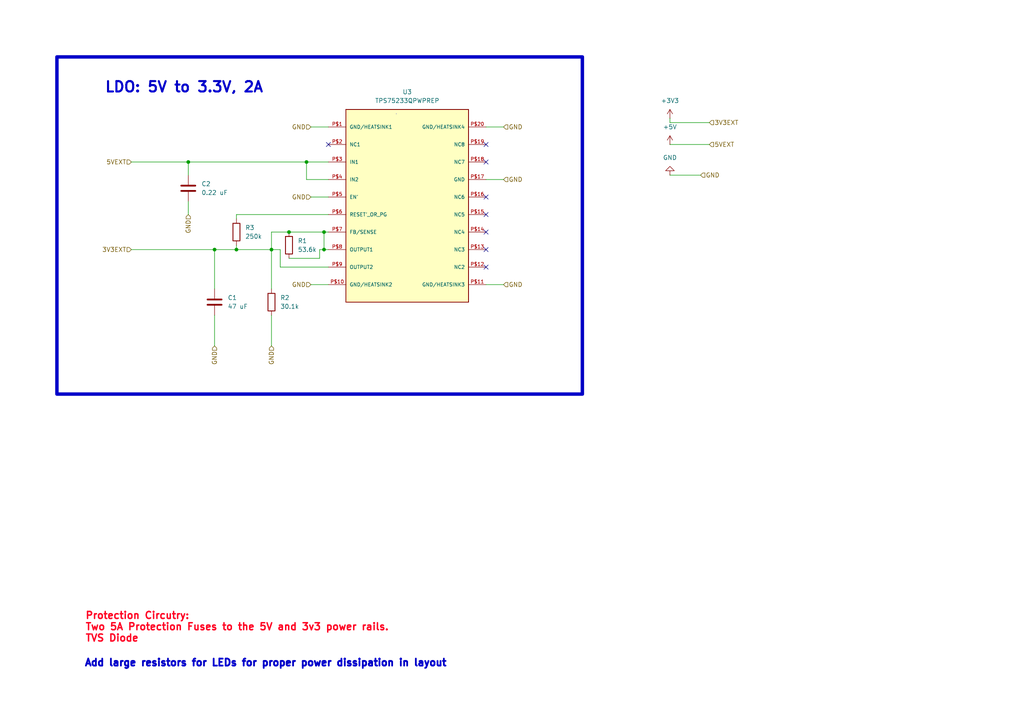
<source format=kicad_sch>
(kicad_sch (version 20231120) (generator "eeschema") (generator_version "8.0")
  (paper "A4")
  (lib_symbols
    (symbol "Device:C" (pin_numbers hide) (pin_names (offset 0.254))
      (property "Reference" "C" (at 0.635 2.54 0))
      (property "Value" "C" (at 0.635 -2.54 0))
      (symbol "C_0_1"
        (polyline (pts (xy -2.032 -0.762) (xy 2.032 -0.762)) (stroke (width 0.508)))
        (polyline (pts (xy -2.032 0.762) (xy 2.032 0.762)) (stroke (width 0.508)))
      )
      (symbol "C_1_1"
        (pin passive line (at 0 3.81 270) (length 2.794) (name "~") (number "1"))
        (pin passive line (at 0 -3.81 90) (length 2.794) (name "~") (number "2"))
      )
    )
    (symbol "Device:R" (pin_numbers hide) (pin_names (offset 0))
      (property "Reference" "R" (at 2.032 0 90))
      (property "Value" "R" (at 0 0 90))
      (symbol "R_0_1"
        (rectangle (start -1.016 -2.54) (end 1.016 2.54) (stroke (width 0.254)))
      )
      (symbol "R_1_1"
        (pin passive line (at 0 3.81 270) (length 1.27) (name "~") (number "1"))
        (pin passive line (at 0 -3.81 90) (length 1.27) (name "~") (number "2"))
      )
    )
    (symbol "TPS75233QPWPREP:TPS75233QPWPREP" (pin_names (offset 1.016))
      (property "Reference" "U" (at 0 0 0))
      (property "Value" "TPS75233QPWPREP" (at 0 0 0))
      (symbol "TPS75233QPWPREP_0_0"
        (rectangle (start -17.78 -27.94) (end 17.78 27.94) (stroke (width 0.254)) (fill (type background)))
        (pin bidirectional line (at -22.86 22.86 0) (length 5.08) (name "GND/HEATSINK1") (number "P$1"))
        (pin bidirectional line (at -22.86 -22.86 0) (length 5.08) (name "GND/HEATSINK2") (number "P$10"))
        (pin bidirectional line (at 22.86 -22.86 180) (length 5.08) (name "GND/HEATSINK3") (number "P$11"))
        (pin bidirectional line (at 22.86 -17.78 180) (length 5.08) (name "NC2") (number "P$12"))
        (pin bidirectional line (at 22.86 -12.7 180) (length 5.08) (name "NC3") (number "P$13"))
        (pin bidirectional line (at 22.86 -7.62 180) (length 5.08) (name "NC4") (number "P$14"))
        (pin bidirectional line (at 22.86 -2.54 180) (length 5.08) (name "NC5") (number "P$15"))
        (pin bidirectional line (at 22.86 2.54 180) (length 5.08) (name "NC6") (number "P$16"))
        (pin bidirectional line (at 22.86 7.62 180) (length 5.08) (name "GND") (number "P$17"))
        (pin bidirectional line (at 22.86 12.7 180) (length 5.08) (name "NC7") (number "P$18"))
        (pin bidirectional line (at 22.86 17.78 180) (length 5.08) (name "NC8") (number "P$19"))
        (pin bidirectional line (at -22.86 17.78 0) (length 5.08) (name "NC1") (number "P$2"))
        (pin bidirectional line (at 22.86 22.86 180) (length 5.08) (name "GND/HEATSINK4") (number "P$20"))
        (pin bidirectional line (at -22.86 12.7 0) (length 5.08) (name "IN1") (number "P$3"))
        (pin bidirectional line (at -22.86 7.62 0) (length 5.08) (name "IN2") (number "P$4"))
        (pin bidirectional line (at -22.86 2.54 0) (length 5.08) (name "EN'") (number "P$5"))
        (pin bidirectional line (at -22.86 -2.54 0) (length 5.08) (name "RESET'_OR_PG") (number "P$6"))
        (pin bidirectional line (at -22.86 -7.62 0) (length 5.08) (name "FB/SENSE") (number "P$7"))
        (pin bidirectional line (at -22.86 -12.7 0) (length 5.08) (name "OUTPUT1") (number "P$8"))
        (pin bidirectional line (at -22.86 -17.78 0) (length 5.08) (name "OUTPUT2") (number "P$9"))
      )
    )
    (symbol "power:+3V3" (power) (pin_numbers hide) (pin_names (offset 0) hide)
      (property "Value" "+3V3" (at 0 3.556 0))
      (symbol "+3V3_0_1"
        (polyline (pts (xy -0.762 1.27) (xy 0 2.54)))
        (polyline (pts (xy 0 0) (xy 0 2.54)))
        (polyline (pts (xy 0 2.54) (xy 0.762 1.27)))
      )
      (symbol "+3V3_1_1"
        (pin power_in line (at 0 0 90) (length 0) (name "~") (number "1"))
      )
    )
    (symbol "power:+5V" (power) (pin_numbers hide) (pin_names (offset 0) hide)
      (property "Value" "+5V" (at 0 3.556 0))
      (symbol "+5V_0_1"
        (polyline (pts (xy -0.762 1.27) (xy 0 2.54)))
        (polyline (pts (xy 0 0) (xy 0 2.54)))
        (polyline (pts (xy 0 2.54) (xy 0.762 1.27)))
      )
      (symbol "+5V_1_1"
        (pin power_in line (at 0 0 90) (length 0) (name "~") (number "1"))
      )
    )
    (symbol "power:GND" (power) (pin_numbers hide) (pin_names (offset 0) hide)
      (property "Value" "GND" (at 0 -3.81 0))
      (symbol "GND_0_1"
        (polyline (pts (xy 0 0) (xy 0 -1.27) (xy 1.27 -1.27) (xy 0 -2.54) (xy -1.27 -1.27) (xy 0 -1.27)))
      )
      (symbol "GND_1_1"
        (pin power_in line (at 0 0 270) (length 0) (name "~") (number "1"))
      )
    )
  )
  (junction (at 88.9 46.99))
  (junction (at 62.23 72.39))
  (junction (at 83.82 67.31))
  (junction (at 54.61 46.99))
  (junction (at 68.58 72.39))
  (junction (at 93.98 67.31))
  (junction (at 78.74 72.39))
  (junction (at 93.98 72.39))
  (no_connect (at 140.97 46.99))
  (no_connect (at 140.97 57.15))
  (no_connect (at 95.25 41.91))
  (no_connect (at 140.97 62.23))
  (no_connect (at 140.97 77.47))
  (no_connect (at 140.97 72.39))
  (no_connect (at 140.97 41.91))
  (no_connect (at 140.97 67.31))
  (wire (pts (xy 78.74 67.31) (xy 83.82 67.31)))
  (wire (pts (xy 81.28 72.39) (xy 81.28 77.47)))
  (wire (pts (xy 140.97 36.83) (xy 146.05 36.83)))
  (wire (pts (xy 68.58 72.39) (xy 78.74 72.39)))
  (wire (pts (xy 95.25 82.55) (xy 90.17 82.55)))
  (wire (pts (xy 54.61 46.99) (xy 54.61 50.8)))
  (wire (pts (xy 95.25 36.83) (xy 90.17 36.83)))
  (wire (pts (xy 54.61 58.42) (xy 54.61 62.23)))
  (wire (pts (xy 62.23 72.39) (xy 68.58 72.39)))
  (wire (pts (xy 83.82 67.31) (xy 93.98 67.31)))
  (wire (pts (xy 83.82 74.93) (xy 92.71 74.93)))
  (wire (pts (xy 78.74 72.39) (xy 78.74 83.82)))
  (wire (pts (xy 68.58 62.23) (xy 95.25 62.23)))
  (wire (pts (xy 194.31 41.91) (xy 205.74 41.91)))
  (wire (pts (xy 62.23 91.44) (xy 62.23 100.33)))
  (wire (pts (xy 68.58 71.12) (xy 68.58 72.39)))
  (wire (pts (xy 92.71 72.39) (xy 93.98 72.39)))
  (wire (pts (xy 78.74 67.31) (xy 78.74 72.39)))
  (wire (pts (xy 90.17 57.15) (xy 95.25 57.15)))
  (wire (pts (xy 78.74 91.44) (xy 78.74 100.33)))
  (wire (pts (xy 54.61 46.99) (xy 88.9 46.99)))
  (wire (pts (xy 81.28 77.47) (xy 95.25 77.47)))
  (wire (pts (xy 88.9 46.99) (xy 95.25 46.99)))
  (wire (pts (xy 95.25 52.07) (xy 88.9 52.07)))
  (wire (pts (xy 93.98 72.39) (xy 95.25 72.39)))
  (wire (pts (xy 194.31 50.8) (xy 203.2 50.8)))
  (wire (pts (xy 38.1 46.99) (xy 54.61 46.99)))
  (wire (pts (xy 140.97 82.55) (xy 146.05 82.55)))
  (wire (pts (xy 38.1 72.39) (xy 62.23 72.39)))
  (wire (pts (xy 92.71 74.93) (xy 92.71 72.39)))
  (wire (pts (xy 93.98 67.31) (xy 95.25 67.31)))
  (wire (pts (xy 93.98 67.31) (xy 93.98 72.39)))
  (wire (pts (xy 88.9 52.07) (xy 88.9 46.99)))
  (wire (pts (xy 68.58 62.23) (xy 68.58 63.5)))
  (wire (pts (xy 194.31 35.56) (xy 205.74 35.56)))
  (wire (pts (xy 194.31 34.29) (xy 194.31 35.56)))
  (wire (pts (xy 140.97 52.07) (xy 146.05 52.07)))
  (wire (pts (xy 62.23 72.39) (xy 62.23 83.82)))
  (wire (pts (xy 78.74 72.39) (xy 81.28 72.39)))
  (rectangle (start 16.51 16.51) (end 168.91 114.3) (stroke (width 1)))
  (rectangle (start 114.935 33.02) (end 114.935 33.02))
  (text "LDO: 5V to 3.3V, 2A\n\n" (at 30.226 32.004 0) (effects (font (size 3 3) (thickness 0.6) (bold yes)) (justify left bottom)))
  (text "Add large resistors for LEDs for proper power dissipation in layout\n\n" (at 24.384 196.85 0) (effects (font (size 2.032 2.032) (thickness 0.6) (bold yes)) (justify left bottom)))
  (text "Protection Circutry: \nTwo 5A Protection Fuses to the 5V and 3v3 power rails.\nTVS Diode\n" (at 24.638 186.436 0) (effects (font (size 2.032 2.032) (bold yes)) (justify left bottom)))
  (hierarchical_label "GND" (shape input) (at 62.23 100.33 270))
  (hierarchical_label "GND" (shape input) (at 146.05 36.83 0))
  (hierarchical_label "5VEXT" (shape input) (at 38.1 46.99 180))
  (hierarchical_label "3V3EXT" (shape input) (at 38.1 72.39 180))
  (hierarchical_label "GND" (shape input) (at 54.61 62.23 270))
  (hierarchical_label "GND" (shape input) (at 90.17 36.83 180))
  (hierarchical_label "5VEXT" (shape input) (at 205.74 41.91 0))
  (hierarchical_label "GND" (shape input) (at 78.74 100.33 270))
  (hierarchical_label "GND" (shape input) (at 146.05 52.07 0))
  (hierarchical_label "GND" (shape input) (at 146.05 82.55 0))
  (hierarchical_label "GND" (shape input) (at 90.17 57.15 180))
  (hierarchical_label "3V3EXT" (shape input) (at 205.74 35.56 0))
  (hierarchical_label "GND" (shape input) (at 203.2 50.8 0))
  (hierarchical_label "GND" (shape input) (at 90.17 82.55 180))
  (symbol (lib_id "Device:R") (at 78.74 87.63 0) (unit 1)
    (property "Reference" "R2" (at 81.28 86.3599 0) (effects (justify left)))
    (property "Value" "30.1k" (at 81.28 88.8999 0) (effects (justify left)))
    (property "Description" "Resistor" (effects (hide yes)))
  )
  (symbol (lib_id "Device:R") (at 68.58 67.31 0) (unit 1)
    (property "Reference" "R3" (at 71.12 66.0399 0) (effects (justify left)))
    (property "Value" "250k" (at 71.12 68.5799 0) (effects (justify left)))
    (property "Description" "Resistor" (effects (hide yes)))
  )
  (symbol (lib_id "power:+5V") (at 194.31 41.91 0) (unit 1)
    (property "Reference" "#PWR03" (effects (hide yes)))
    (property "Value" "+5V" (at 194.31 36.83 0))
    (property "Description" "Power symbol creates a global label with name \"+5V\"" (effects (hide yes)))
  )
  (symbol (lib_id "TPS75233QPWPREP:TPS75233QPWPREP") (at 118.11 59.69 0) (unit 1)
    (property "Reference" "U3" (at 118.11 26.67 0))
    (property "Value" "TPS75233QPWPREP" (at 118.11 29.21 0))
    (property "Footprint" "TPS75233QPWPREP:TPS75233QPWPREP" (effects (hide yes)))
    (property "MF" "Texas Instruments" (effects (hide yes)))
    (property "Description_1" "\nEnhanced product, fast transient response voltage regular\n" (effects (hide yes)))
    (property "Package" "HTSSOP-20 Texas Instruments" (effects (hide yes)))
    (property "Price" "None" (effects (hide yes)))
    (property "SnapEDA_Link" "https://www.snapeda.com/parts/TPS75233QPWPREP/Texas+Instruments/view-part/?ref=snap" (effects (hide yes)))
    (property "MP" "TPS75233QPWPREP" (effects (hide yes)))
    (property "Availability" "In Stock" (effects (hide yes)))
    (property "Check_prices" "https://www.snapeda.com/parts/TPS75233QPWPREP/Texas+Instruments/view-part/?ref=eda" (effects (hide yes)))
  )
  (symbol (lib_id "Device:C") (at 62.23 87.63 0) (unit 1)
    (property "Reference" "C1" (at 66.04 86.3599 0) (effects (justify left)))
    (property "Value" "47 uF" (at 66.04 88.8999 0) (effects (justify left)))
    (property "Description" "Unpolarized capacitor" (effects (hide yes)))
  )
  (symbol (lib_id "Device:C") (at 54.61 54.61 0) (unit 1)
    (property "Reference" "C2" (at 58.42 53.3399 0) (effects (justify left)))
    (property "Value" "0.22 uF" (at 58.42 55.8799 0) (effects (justify left)))
    (property "Description" "Unpolarized capacitor" (effects (hide yes)))
  )
  (symbol (lib_id "Device:R") (at 83.82 71.12 0) (unit 1)
    (property "Reference" "R1" (at 86.36 69.8499 0) (effects (justify left)))
    (property "Value" "53.6k" (at 86.36 72.3899 0) (effects (justify left)))
    (property "Description" "Resistor" (effects (hide yes)))
  )
  (symbol (lib_id "power:GND") (at 194.31 50.8 180) (unit 1)
    (property "Reference" "#PWR06" (effects (hide yes)))
    (property "Value" "GND" (at 194.31 45.72 0))
    (property "Description" "Power symbol creates a global label with name \"GND\" , ground" (effects (hide yes)))
  )
  (symbol (lib_id "power:+3V3") (at 194.31 34.29 0) (unit 1)
    (property "Reference" "#PWR02" (effects (hide yes)))
    (property "Value" "+3V3" (at 194.31 29.21 0))
    (property "Description" "Power symbol creates a global label with name \"+3V3\"" (effects (hide yes)))
  )
)
</source>
